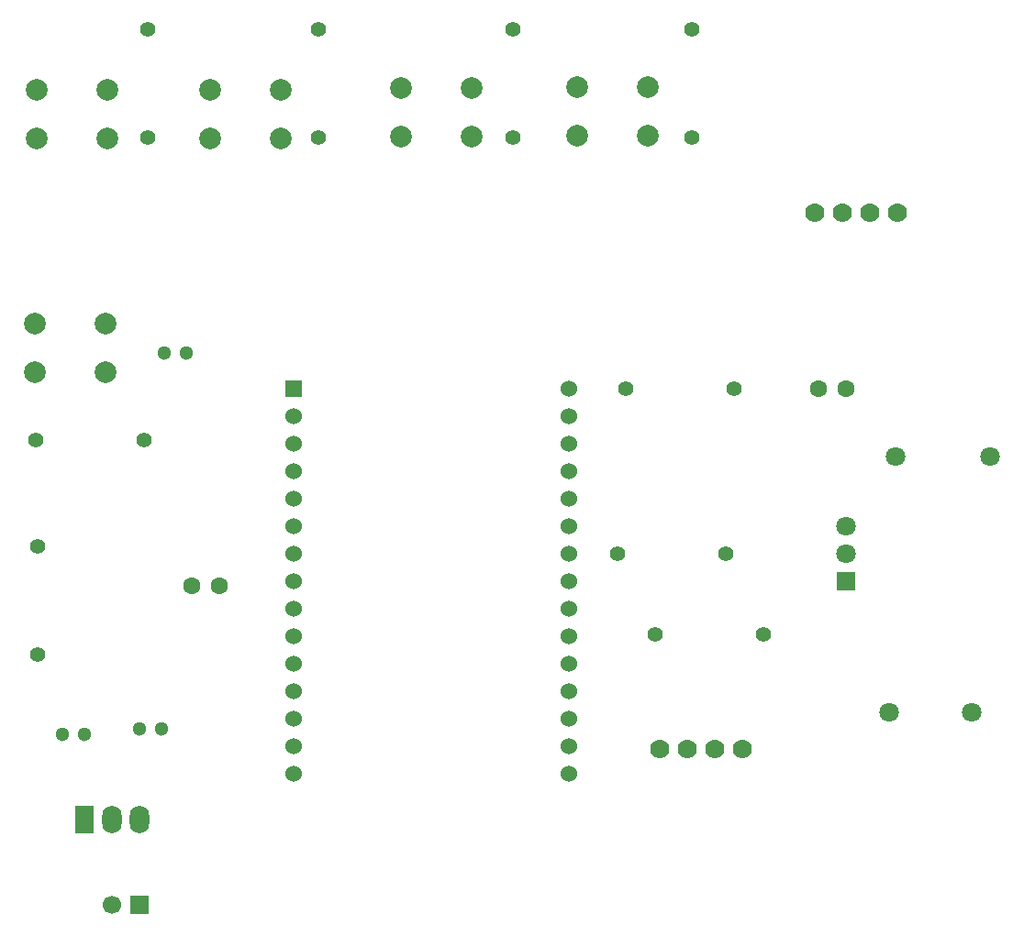
<source format=gbl>
G04 Layer: BottomLayer*
G04 EasyEDA v6.5.50, 2025-08-07 23:34:14*
G04 4f77d7e6b91a4c7688e86251b08845de,d5ecf923025d49a2b3c084a081e0ad24,10*
G04 Gerber Generator version 0.2*
G04 Scale: 100 percent, Rotated: No, Reflected: No *
G04 Dimensions in millimeters *
G04 leading zeros omitted , absolute positions ,4 integer and 5 decimal *
%FSLAX45Y45*%
%MOMM*%

%ADD10C,1.3000*%
%ADD11C,1.6000*%
%ADD12C,1.8000*%
%ADD13R,1.7000X1.7000*%
%ADD14C,1.7000*%
%ADD15C,1.7780*%
%ADD16R,1.8000X1.8000*%
%ADD17C,1.4000*%
%ADD18C,2.0000*%
%ADD19R,1.5240X1.5240*%
%ADD20C,1.5240*%
%ADD21O,1.7999964X2.5999948*%
%ADD22R,1.8000X2.6000*%
%ADD23R,0.0159X2.6000*%

%LPD*%
D10*
G01*
X-2118398Y-2989198D03*
G01*
X-1918398Y-2989198D03*
G01*
X-2346998Y-6456298D03*
G01*
X-2146998Y-6456298D03*
G01*
X-2858198Y-6507098D03*
G01*
X-3058198Y-6507098D03*
D11*
G01*
X3917327Y-3319398D03*
G01*
X4171327Y-3319398D03*
G01*
X-1865998Y-5135498D03*
G01*
X-1611998Y-5135498D03*
D12*
G01*
X5503202Y-3941698D03*
G01*
X4633201Y-3941698D03*
D13*
G01*
X-2350503Y-8081898D03*
D14*
G01*
X-2600693Y-8081898D03*
D15*
G01*
X3887101Y-1693798D03*
G01*
X4141101Y-1693798D03*
G01*
X4395101Y-1693798D03*
G01*
X4649101Y-1693798D03*
G01*
X3213112Y-6642100D03*
G01*
X2959112Y-6642100D03*
G01*
X2705112Y-6642100D03*
G01*
X2451112Y-6642100D03*
D12*
G01*
X5334901Y-6303898D03*
G01*
X4572901Y-6303898D03*
D16*
G01*
X4171327Y-5097398D03*
D12*
G01*
X4171327Y-4843398D03*
G01*
X4171327Y-4589398D03*
D17*
G01*
X2142502Y-3319398D03*
G01*
X3142500Y-3319398D03*
G01*
X-3305797Y-3789298D03*
G01*
X-2305799Y-3789298D03*
G01*
X-3288398Y-5775197D03*
G01*
X-3288398Y-4775200D03*
G01*
X2408313Y-5588000D03*
G01*
X3408311Y-5588000D03*
G01*
X2066302Y-4843398D03*
G01*
X3066300Y-4843398D03*
G01*
X-2267572Y-999997D03*
G01*
X-2267572Y0D03*
G01*
X-692772Y-999997D03*
G01*
X-692772Y0D03*
G01*
X1097927Y-999997D03*
G01*
X1097927Y0D03*
G01*
X2748927Y-999997D03*
G01*
X2748927Y0D03*
D18*
G01*
X-2658605Y-3163392D03*
G01*
X-3308591Y-3163392D03*
G01*
X-3308591Y-2713405D03*
G01*
X-2658605Y-2713405D03*
G01*
X-2645905Y-1004392D03*
G01*
X-3295891Y-1004392D03*
G01*
X-3295891Y-554405D03*
G01*
X-2645905Y-554405D03*
G01*
X-1045705Y-1004392D03*
G01*
X-1695691Y-1004392D03*
G01*
X-1695691Y-554405D03*
G01*
X-1045705Y-554405D03*
G01*
X719594Y-991692D03*
G01*
X69608Y-991692D03*
G01*
X69608Y-541705D03*
G01*
X719594Y-541705D03*
G01*
X2345194Y-978992D03*
G01*
X1695208Y-978992D03*
G01*
X1695208Y-529005D03*
G01*
X2345194Y-529005D03*
D19*
G01*
X-926198Y-3319373D03*
D20*
G01*
X-926172Y-3573424D03*
G01*
X-926172Y-3827424D03*
G01*
X-926172Y-4081424D03*
G01*
X-926172Y-4335424D03*
G01*
X-926172Y-4589424D03*
G01*
X-926172Y-4843424D03*
G01*
X-926172Y-5097424D03*
G01*
X-926172Y-5351424D03*
G01*
X-926172Y-5605424D03*
G01*
X-926172Y-5859424D03*
G01*
X-926172Y-6113424D03*
G01*
X-926172Y-6367424D03*
G01*
X-926172Y-6621424D03*
G01*
X-926172Y-6875424D03*
G01*
X1613827Y-6875424D03*
G01*
X1613827Y-6621424D03*
G01*
X1613827Y-6367424D03*
G01*
X1613827Y-6113424D03*
G01*
X1613827Y-5859424D03*
G01*
X1613827Y-5605424D03*
G01*
X1613827Y-5351424D03*
G01*
X1613827Y-5097424D03*
G01*
X1613827Y-4843424D03*
G01*
X1613827Y-4589424D03*
G01*
X1613827Y-4335424D03*
G01*
X1613827Y-4081424D03*
G01*
X1613827Y-3827424D03*
G01*
X1613827Y-3573424D03*
G01*
X1613827Y-3319424D03*
D21*
G01*
X-2602598Y-7294016D03*
G01*
X-2348572Y-7295006D03*
D22*
G01*
X-2856598Y-7293990D03*
M02*

</source>
